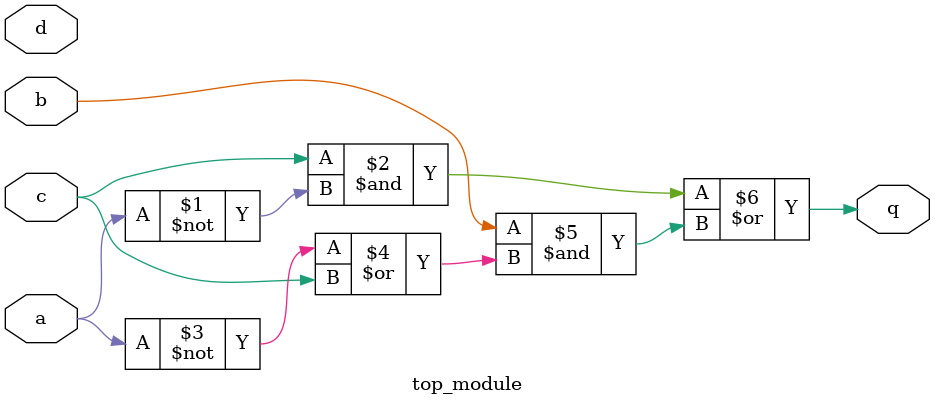
<source format=sv>
module top_module (
    input a, 
    input b, 
    input c, 
    input d,
    output q
);

// Implement the logic based on the given waveform
assign q = (c & ~a) | (b & (~a | c));

endmodule

</source>
